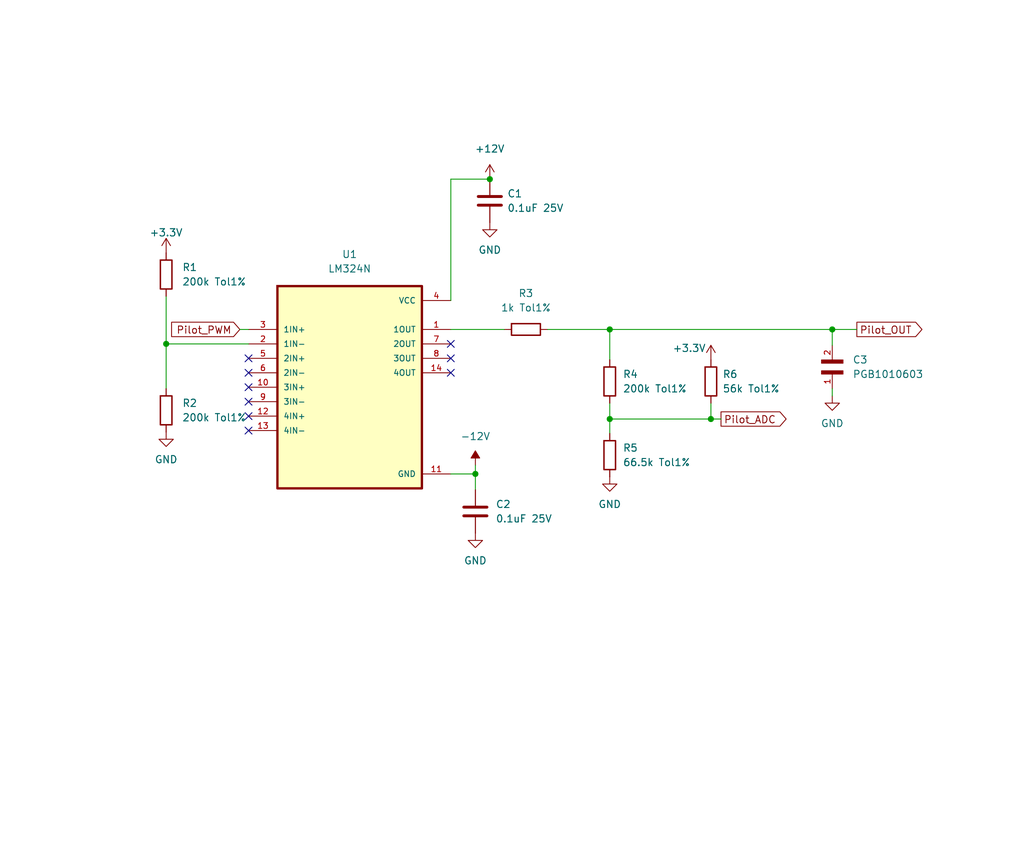
<source format=kicad_sch>
(kicad_sch (version 20211123) (generator eeschema)

  (uuid dffc4d11-41a3-47ca-9539-a9f89e6a406a)

  (paper "User" 180.01 150.012)

  (title_block
    (title "Control Pilot")
    (company "Universidad Nacional de Colombia")
    (comment 1 "Manuel Alejandro Pérez Carvajal, Maria Camila Muñoz Berrio")
    (comment 2 "Eddy Santiago Delgado Caro, Yanet Esther Estrada Lopez")
    (comment 3 "Julian Enrique Tovar Aranguren, Juan Esteban Bustos Rodriguez")
  )

  (lib_symbols
    (symbol "Device:C" (pin_numbers hide) (pin_names (offset 0.254)) (in_bom yes) (on_board yes)
      (property "Reference" "C" (id 0) (at 0.635 2.54 0)
        (effects (font (size 1.27 1.27)) (justify left))
      )
      (property "Value" "C" (id 1) (at 0.635 -2.54 0)
        (effects (font (size 1.27 1.27)) (justify left))
      )
      (property "Footprint" "" (id 2) (at 0.9652 -3.81 0)
        (effects (font (size 1.27 1.27)) hide)
      )
      (property "Datasheet" "~" (id 3) (at 0 0 0)
        (effects (font (size 1.27 1.27)) hide)
      )
      (property "ki_keywords" "cap capacitor" (id 4) (at 0 0 0)
        (effects (font (size 1.27 1.27)) hide)
      )
      (property "ki_description" "Unpolarized capacitor" (id 5) (at 0 0 0)
        (effects (font (size 1.27 1.27)) hide)
      )
      (property "ki_fp_filters" "C_*" (id 6) (at 0 0 0)
        (effects (font (size 1.27 1.27)) hide)
      )
      (symbol "C_0_1"
        (polyline
          (pts
            (xy -2.032 -0.762)
            (xy 2.032 -0.762)
          )
          (stroke (width 0.508) (type default) (color 0 0 0 0))
          (fill (type none))
        )
        (polyline
          (pts
            (xy -2.032 0.762)
            (xy 2.032 0.762)
          )
          (stroke (width 0.508) (type default) (color 0 0 0 0))
          (fill (type none))
        )
      )
      (symbol "C_1_1"
        (pin passive line (at 0 3.81 270) (length 2.794)
          (name "~" (effects (font (size 1.27 1.27))))
          (number "1" (effects (font (size 1.27 1.27))))
        )
        (pin passive line (at 0 -3.81 90) (length 2.794)
          (name "~" (effects (font (size 1.27 1.27))))
          (number "2" (effects (font (size 1.27 1.27))))
        )
      )
    )
    (symbol "Device:R" (pin_numbers hide) (pin_names (offset 0)) (in_bom yes) (on_board yes)
      (property "Reference" "R" (id 0) (at 2.032 0 90)
        (effects (font (size 1.27 1.27)))
      )
      (property "Value" "R" (id 1) (at 0 0 90)
        (effects (font (size 1.27 1.27)))
      )
      (property "Footprint" "" (id 2) (at -1.778 0 90)
        (effects (font (size 1.27 1.27)) hide)
      )
      (property "Datasheet" "~" (id 3) (at 0 0 0)
        (effects (font (size 1.27 1.27)) hide)
      )
      (property "ki_keywords" "R res resistor" (id 4) (at 0 0 0)
        (effects (font (size 1.27 1.27)) hide)
      )
      (property "ki_description" "Resistor" (id 5) (at 0 0 0)
        (effects (font (size 1.27 1.27)) hide)
      )
      (property "ki_fp_filters" "R_*" (id 6) (at 0 0 0)
        (effects (font (size 1.27 1.27)) hide)
      )
      (symbol "R_0_1"
        (rectangle (start -1.016 -2.54) (end 1.016 2.54)
          (stroke (width 0.254) (type default) (color 0 0 0 0))
          (fill (type none))
        )
      )
      (symbol "R_1_1"
        (pin passive line (at 0 3.81 270) (length 1.27)
          (name "~" (effects (font (size 1.27 1.27))))
          (number "1" (effects (font (size 1.27 1.27))))
        )
        (pin passive line (at 0 -3.81 90) (length 1.27)
          (name "~" (effects (font (size 1.27 1.27))))
          (number "2" (effects (font (size 1.27 1.27))))
        )
      )
    )
    (symbol "LM324N:LM324N" (pin_names (offset 1.016)) (in_bom yes) (on_board yes)
      (property "Reference" "U" (id 0) (at -12.7 18.78 0)
        (effects (font (size 1.27 1.27)) (justify left bottom))
      )
      (property "Value" "LM324N" (id 1) (at -12.7 -21.78 0)
        (effects (font (size 1.27 1.27)) (justify left bottom))
      )
      (property "Footprint" "DIP794W45P254L1969H508Q14" (id 2) (at 0 0 0)
        (effects (font (size 1.27 1.27)) (justify bottom) hide)
      )
      (property "Datasheet" "" (id 3) (at 0 0 0)
        (effects (font (size 1.27 1.27)) hide)
      )
      (symbol "LM324N_0_0"
        (rectangle (start -12.7 -17.78) (end 12.7 17.78)
          (stroke (width 0.41) (type default) (color 0 0 0 0))
          (fill (type background))
        )
        (pin output line (at 17.78 10.16 180) (length 5.08)
          (name "1OUT" (effects (font (size 1.016 1.016))))
          (number "1" (effects (font (size 1.016 1.016))))
        )
        (pin input line (at -17.78 0 0) (length 5.08)
          (name "3IN+" (effects (font (size 1.016 1.016))))
          (number "10" (effects (font (size 1.016 1.016))))
        )
        (pin power_in line (at 17.78 -15.24 180) (length 5.08)
          (name "GND" (effects (font (size 1.016 1.016))))
          (number "11" (effects (font (size 1.016 1.016))))
        )
        (pin input line (at -17.78 -5.08 0) (length 5.08)
          (name "4IN+" (effects (font (size 1.016 1.016))))
          (number "12" (effects (font (size 1.016 1.016))))
        )
        (pin input line (at -17.78 -7.62 0) (length 5.08)
          (name "4IN-" (effects (font (size 1.016 1.016))))
          (number "13" (effects (font (size 1.016 1.016))))
        )
        (pin output line (at 17.78 2.54 180) (length 5.08)
          (name "4OUT" (effects (font (size 1.016 1.016))))
          (number "14" (effects (font (size 1.016 1.016))))
        )
        (pin input line (at -17.78 7.62 0) (length 5.08)
          (name "1IN-" (effects (font (size 1.016 1.016))))
          (number "2" (effects (font (size 1.016 1.016))))
        )
        (pin input line (at -17.78 10.16 0) (length 5.08)
          (name "1IN+" (effects (font (size 1.016 1.016))))
          (number "3" (effects (font (size 1.016 1.016))))
        )
        (pin power_in line (at 17.78 15.24 180) (length 5.08)
          (name "VCC" (effects (font (size 1.016 1.016))))
          (number "4" (effects (font (size 1.016 1.016))))
        )
        (pin input line (at -17.78 5.08 0) (length 5.08)
          (name "2IN+" (effects (font (size 1.016 1.016))))
          (number "5" (effects (font (size 1.016 1.016))))
        )
        (pin input line (at -17.78 2.54 0) (length 5.08)
          (name "2IN-" (effects (font (size 1.016 1.016))))
          (number "6" (effects (font (size 1.016 1.016))))
        )
        (pin output line (at 17.78 7.62 180) (length 5.08)
          (name "2OUT" (effects (font (size 1.016 1.016))))
          (number "7" (effects (font (size 1.016 1.016))))
        )
        (pin output line (at 17.78 5.08 180) (length 5.08)
          (name "3OUT" (effects (font (size 1.016 1.016))))
          (number "8" (effects (font (size 1.016 1.016))))
        )
        (pin input line (at -17.78 -2.54 0) (length 5.08)
          (name "3IN-" (effects (font (size 1.016 1.016))))
          (number "9" (effects (font (size 1.016 1.016))))
        )
      )
    )
    (symbol "PGB1010603:PGB1010603" (pin_names (offset 1.016)) (in_bom yes) (on_board yes)
      (property "Reference" "C" (id 0) (at 0 3.8109 0)
        (effects (font (size 1.27 1.27)) (justify left bottom))
      )
      (property "Value" "PGB1010603" (id 1) (at 0 -5.0885 0)
        (effects (font (size 1.27 1.27)) (justify left bottom))
      )
      (property "Footprint" "ESD_PGB1010603MR" (id 2) (at 0 0 0)
        (effects (font (size 1.27 1.27)) (justify bottom) hide)
      )
      (property "Datasheet" "" (id 3) (at 0 0 0)
        (effects (font (size 1.27 1.27)) hide)
      )
      (symbol "PGB1010603_0_0"
        (rectangle (start 0 -1.9069) (end 0.635 1.905)
          (stroke (width 0.1) (type default) (color 0 0 0 0))
          (fill (type outline))
        )
        (rectangle (start 1.9069 -1.9069) (end 2.54 1.905)
          (stroke (width 0.1) (type default) (color 0 0 0 0))
          (fill (type outline))
        )
        (pin passive line (at -2.54 0 0) (length 2.54)
          (name "~" (effects (font (size 1.016 1.016))))
          (number "1" (effects (font (size 1.016 1.016))))
        )
        (pin passive line (at 5.08 0 180) (length 2.54)
          (name "~" (effects (font (size 1.016 1.016))))
          (number "2" (effects (font (size 1.016 1.016))))
        )
      )
    )
    (symbol "power:+12V" (power) (pin_names (offset 0)) (in_bom yes) (on_board yes)
      (property "Reference" "#PWR" (id 0) (at 0 -3.81 0)
        (effects (font (size 1.27 1.27)) hide)
      )
      (property "Value" "+12V" (id 1) (at 0 3.556 0)
        (effects (font (size 1.27 1.27)))
      )
      (property "Footprint" "" (id 2) (at 0 0 0)
        (effects (font (size 1.27 1.27)) hide)
      )
      (property "Datasheet" "" (id 3) (at 0 0 0)
        (effects (font (size 1.27 1.27)) hide)
      )
      (property "ki_keywords" "power-flag" (id 4) (at 0 0 0)
        (effects (font (size 1.27 1.27)) hide)
      )
      (property "ki_description" "Power symbol creates a global label with name \"+12V\"" (id 5) (at 0 0 0)
        (effects (font (size 1.27 1.27)) hide)
      )
      (symbol "+12V_0_1"
        (polyline
          (pts
            (xy -0.762 1.27)
            (xy 0 2.54)
          )
          (stroke (width 0) (type default) (color 0 0 0 0))
          (fill (type none))
        )
        (polyline
          (pts
            (xy 0 0)
            (xy 0 2.54)
          )
          (stroke (width 0) (type default) (color 0 0 0 0))
          (fill (type none))
        )
        (polyline
          (pts
            (xy 0 2.54)
            (xy 0.762 1.27)
          )
          (stroke (width 0) (type default) (color 0 0 0 0))
          (fill (type none))
        )
      )
      (symbol "+12V_1_1"
        (pin power_in line (at 0 0 90) (length 0) hide
          (name "+12V" (effects (font (size 1.27 1.27))))
          (number "1" (effects (font (size 1.27 1.27))))
        )
      )
    )
    (symbol "power:+3.3V" (power) (pin_names (offset 0)) (in_bom yes) (on_board yes)
      (property "Reference" "#PWR" (id 0) (at 0 -3.81 0)
        (effects (font (size 1.27 1.27)) hide)
      )
      (property "Value" "+3.3V" (id 1) (at 0 3.556 0)
        (effects (font (size 1.27 1.27)))
      )
      (property "Footprint" "" (id 2) (at 0 0 0)
        (effects (font (size 1.27 1.27)) hide)
      )
      (property "Datasheet" "" (id 3) (at 0 0 0)
        (effects (font (size 1.27 1.27)) hide)
      )
      (property "ki_keywords" "power-flag" (id 4) (at 0 0 0)
        (effects (font (size 1.27 1.27)) hide)
      )
      (property "ki_description" "Power symbol creates a global label with name \"+3.3V\"" (id 5) (at 0 0 0)
        (effects (font (size 1.27 1.27)) hide)
      )
      (symbol "+3.3V_0_1"
        (polyline
          (pts
            (xy -0.762 1.27)
            (xy 0 2.54)
          )
          (stroke (width 0) (type default) (color 0 0 0 0))
          (fill (type none))
        )
        (polyline
          (pts
            (xy 0 0)
            (xy 0 2.54)
          )
          (stroke (width 0) (type default) (color 0 0 0 0))
          (fill (type none))
        )
        (polyline
          (pts
            (xy 0 2.54)
            (xy 0.762 1.27)
          )
          (stroke (width 0) (type default) (color 0 0 0 0))
          (fill (type none))
        )
      )
      (symbol "+3.3V_1_1"
        (pin power_in line (at 0 0 90) (length 0) hide
          (name "+3.3V" (effects (font (size 1.27 1.27))))
          (number "1" (effects (font (size 1.27 1.27))))
        )
      )
    )
    (symbol "power:-12V" (power) (pin_names (offset 0)) (in_bom yes) (on_board yes)
      (property "Reference" "#PWR" (id 0) (at 0 2.54 0)
        (effects (font (size 1.27 1.27)) hide)
      )
      (property "Value" "-12V" (id 1) (at 0 3.81 0)
        (effects (font (size 1.27 1.27)))
      )
      (property "Footprint" "" (id 2) (at 0 0 0)
        (effects (font (size 1.27 1.27)) hide)
      )
      (property "Datasheet" "" (id 3) (at 0 0 0)
        (effects (font (size 1.27 1.27)) hide)
      )
      (property "ki_keywords" "power-flag" (id 4) (at 0 0 0)
        (effects (font (size 1.27 1.27)) hide)
      )
      (property "ki_description" "Power symbol creates a global label with name \"-12V\"" (id 5) (at 0 0 0)
        (effects (font (size 1.27 1.27)) hide)
      )
      (symbol "-12V_0_0"
        (pin power_in line (at 0 0 90) (length 0) hide
          (name "-12V" (effects (font (size 1.27 1.27))))
          (number "1" (effects (font (size 1.27 1.27))))
        )
      )
      (symbol "-12V_0_1"
        (polyline
          (pts
            (xy 0 0)
            (xy 0 1.27)
            (xy 0.762 1.27)
            (xy 0 2.54)
            (xy -0.762 1.27)
            (xy 0 1.27)
          )
          (stroke (width 0) (type default) (color 0 0 0 0))
          (fill (type outline))
        )
      )
    )
    (symbol "power:GND" (power) (pin_names (offset 0)) (in_bom yes) (on_board yes)
      (property "Reference" "#PWR" (id 0) (at 0 -6.35 0)
        (effects (font (size 1.27 1.27)) hide)
      )
      (property "Value" "GND" (id 1) (at 0 -3.81 0)
        (effects (font (size 1.27 1.27)))
      )
      (property "Footprint" "" (id 2) (at 0 0 0)
        (effects (font (size 1.27 1.27)) hide)
      )
      (property "Datasheet" "" (id 3) (at 0 0 0)
        (effects (font (size 1.27 1.27)) hide)
      )
      (property "ki_keywords" "power-flag" (id 4) (at 0 0 0)
        (effects (font (size 1.27 1.27)) hide)
      )
      (property "ki_description" "Power symbol creates a global label with name \"GND\" , ground" (id 5) (at 0 0 0)
        (effects (font (size 1.27 1.27)) hide)
      )
      (symbol "GND_0_1"
        (polyline
          (pts
            (xy 0 0)
            (xy 0 -1.27)
            (xy 1.27 -1.27)
            (xy 0 -2.54)
            (xy -1.27 -1.27)
            (xy 0 -1.27)
          )
          (stroke (width 0) (type default) (color 0 0 0 0))
          (fill (type none))
        )
      )
      (symbol "GND_1_1"
        (pin power_in line (at 0 0 270) (length 0) hide
          (name "GND" (effects (font (size 1.27 1.27))))
          (number "1" (effects (font (size 1.27 1.27))))
        )
      )
    )
  )

  (junction (at 86.106 31.496) (diameter 0) (color 0 0 0 0)
    (uuid 42c1d09e-bc0a-4fd6-bc41-f0b60aa1cc72)
  )
  (junction (at 107.188 73.66) (diameter 0) (color 0 0 0 0)
    (uuid 4ab927c6-3a7b-4bba-ac16-6e081f19783d)
  )
  (junction (at 107.188 57.912) (diameter 0) (color 0 0 0 0)
    (uuid 4c499a40-6b59-4fbb-bc1d-4aec2fa338b9)
  )
  (junction (at 83.566 83.312) (diameter 0) (color 0 0 0 0)
    (uuid 8747e39c-2bd7-4802-b9ec-0e16b4a6d59b)
  )
  (junction (at 146.304 57.912) (diameter 0) (color 0 0 0 0)
    (uuid 91924fd2-dce0-412a-9af1-6b65d6b71535)
  )
  (junction (at 29.21 60.452) (diameter 0) (color 0 0 0 0)
    (uuid c49ee60d-0da1-4b63-a883-4f3443af428d)
  )
  (junction (at 124.968 73.66) (diameter 0) (color 0 0 0 0)
    (uuid f98f2d2b-7d05-4db3-a849-279478cc0020)
  )

  (no_connect (at 43.688 62.992) (uuid 2973617b-55f3-46ec-9a0c-6b66f96608de))
  (no_connect (at 43.688 65.532) (uuid 2973617b-55f3-46ec-9a0c-6b66f96608de))
  (no_connect (at 43.688 68.072) (uuid 2973617b-55f3-46ec-9a0c-6b66f96608de))
  (no_connect (at 43.688 70.612) (uuid 2973617b-55f3-46ec-9a0c-6b66f96608de))
  (no_connect (at 79.248 60.452) (uuid 2973617b-55f3-46ec-9a0c-6b66f96608de))
  (no_connect (at 79.248 62.992) (uuid 2973617b-55f3-46ec-9a0c-6b66f96608de))
  (no_connect (at 79.248 65.532) (uuid 2973617b-55f3-46ec-9a0c-6b66f96608de))
  (no_connect (at 43.688 73.152) (uuid 2973617b-55f3-46ec-9a0c-6b66f96608de))
  (no_connect (at 43.688 75.692) (uuid 2973617b-55f3-46ec-9a0c-6b66f96608de))

  (wire (pts (xy 79.248 83.312) (xy 83.566 83.312))
    (stroke (width 0) (type default) (color 0 0 0 0))
    (uuid 1c0e16db-ed7e-43d9-8172-a64e424baceb)
  )
  (wire (pts (xy 124.968 73.66) (xy 126.746 73.66))
    (stroke (width 0) (type default) (color 0 0 0 0))
    (uuid 29c9734a-321c-4e9b-9648-4f52d5681500)
  )
  (wire (pts (xy 29.21 52.07) (xy 29.21 60.452))
    (stroke (width 0) (type default) (color 0 0 0 0))
    (uuid 2db8a875-87cb-49ea-956b-9812f50af3fe)
  )
  (wire (pts (xy 107.188 70.866) (xy 107.188 73.66))
    (stroke (width 0) (type default) (color 0 0 0 0))
    (uuid 315b4650-b08b-42be-8309-5fc36b058f12)
  )
  (wire (pts (xy 146.304 68.326) (xy 146.304 69.596))
    (stroke (width 0) (type default) (color 0 0 0 0))
    (uuid 3b8e73e9-ff73-4272-8879-8356f0ea6c94)
  )
  (wire (pts (xy 107.188 57.912) (xy 107.188 63.246))
    (stroke (width 0) (type default) (color 0 0 0 0))
    (uuid 4221aea9-d3d1-44e5-b61c-d577eb64d8a4)
  )
  (wire (pts (xy 29.21 60.452) (xy 29.21 68.326))
    (stroke (width 0) (type default) (color 0 0 0 0))
    (uuid 4776275b-bba4-427e-9125-4fd002286d53)
  )
  (wire (pts (xy 42.164 57.912) (xy 43.688 57.912))
    (stroke (width 0) (type default) (color 0 0 0 0))
    (uuid 4aa67261-475f-49bf-b5ae-0469f7600fa3)
  )
  (wire (pts (xy 79.248 52.832) (xy 79.248 31.496))
    (stroke (width 0) (type default) (color 0 0 0 0))
    (uuid 5104ad31-9109-45a9-9289-f77e78f1b7fd)
  )
  (wire (pts (xy 83.566 83.312) (xy 83.566 86.106))
    (stroke (width 0) (type default) (color 0 0 0 0))
    (uuid 5fb5b8f9-2823-469a-9fd8-464ee4569d64)
  )
  (wire (pts (xy 107.188 73.66) (xy 107.188 76.2))
    (stroke (width 0) (type default) (color 0 0 0 0))
    (uuid 62b7f6b9-190c-4bca-ac37-690cd98701fb)
  )
  (wire (pts (xy 146.304 57.912) (xy 150.622 57.912))
    (stroke (width 0) (type default) (color 0 0 0 0))
    (uuid 69e53a28-8d0d-400b-91d7-62d3c95edbff)
  )
  (wire (pts (xy 79.248 57.912) (xy 88.646 57.912))
    (stroke (width 0) (type default) (color 0 0 0 0))
    (uuid 7f384d51-e862-457f-98ea-f7adf441909b)
  )
  (wire (pts (xy 83.566 81.788) (xy 83.566 83.312))
    (stroke (width 0) (type default) (color 0 0 0 0))
    (uuid 8bbc1c77-8b39-48d7-a847-163c654f86e5)
  )
  (wire (pts (xy 96.266 57.912) (xy 107.188 57.912))
    (stroke (width 0) (type default) (color 0 0 0 0))
    (uuid 931e29e8-e518-4836-9061-7dcbaa9c43ec)
  )
  (wire (pts (xy 29.21 60.452) (xy 43.688 60.452))
    (stroke (width 0) (type default) (color 0 0 0 0))
    (uuid a52e76f8-1710-4d01-b3a9-5e440072385c)
  )
  (wire (pts (xy 124.968 70.866) (xy 124.968 73.66))
    (stroke (width 0) (type default) (color 0 0 0 0))
    (uuid b1c36b62-70e6-4cc3-ac7e-3e147f9b9e94)
  )
  (wire (pts (xy 124.968 73.66) (xy 107.188 73.66))
    (stroke (width 0) (type default) (color 0 0 0 0))
    (uuid b58c5103-6ecb-4f1c-bd68-b7cb08047fca)
  )
  (wire (pts (xy 79.248 31.496) (xy 86.106 31.496))
    (stroke (width 0) (type default) (color 0 0 0 0))
    (uuid b678e62d-6492-4534-86ec-8b3fd21d8208)
  )
  (wire (pts (xy 146.304 57.912) (xy 146.304 60.706))
    (stroke (width 0) (type default) (color 0 0 0 0))
    (uuid b8c0a498-a355-4a87-9e3d-bba04a9a09ca)
  )
  (wire (pts (xy 146.304 57.912) (xy 107.188 57.912))
    (stroke (width 0) (type default) (color 0 0 0 0))
    (uuid f1097ca5-40c2-4678-82d9-513e1c7aaa97)
  )

  (global_label "Pilot_ADC" (shape output) (at 126.746 73.66 0) (fields_autoplaced)
    (effects (font (size 1.27 1.27)) (justify left))
    (uuid 4c1a7782-7505-482b-98b7-31d4793cabb4)
    (property "Intersheet References" "${INTERSHEET_REFS}" (id 0) (at 138.1701 73.5806 0)
      (effects (font (size 1.27 1.27)) (justify left) hide)
    )
  )
  (global_label "Pilot_PWM" (shape input) (at 42.164 57.912 180) (fields_autoplaced)
    (effects (font (size 1.27 1.27)) (justify right))
    (uuid 58ba50ce-2544-4603-ac21-67de66ce22ad)
    (property "Intersheet References" "${INTERSHEET_REFS}" (id 0) (at 30.1957 57.8326 0)
      (effects (font (size 1.27 1.27)) (justify right) hide)
    )
  )
  (global_label "Pilot_OUT" (shape output) (at 150.622 57.912 0) (fields_autoplaced)
    (effects (font (size 1.27 1.27)) (justify left))
    (uuid 96a8a419-75a6-456c-be3b-ebd78216ab82)
    (property "Intersheet References" "${INTERSHEET_REFS}" (id 0) (at 162.0461 57.8326 0)
      (effects (font (size 1.27 1.27)) (justify left) hide)
    )
  )

  (symbol (lib_id "LM324N:LM324N") (at 61.468 68.072 0) (unit 1)
    (in_bom yes) (on_board yes) (fields_autoplaced)
    (uuid 07095bff-ffb0-4311-91f8-c854c6dec813)
    (property "Reference" "U1" (id 0) (at 61.468 44.704 0))
    (property "Value" "LM324N" (id 1) (at 61.468 47.244 0))
    (property "Footprint" "symbols-footprints:DIP794W45P254L1969H508Q14" (id 2) (at 61.468 68.072 0)
      (effects (font (size 1.27 1.27)) (justify bottom) hide)
    )
    (property "Datasheet" "" (id 3) (at 61.468 68.072 0)
      (effects (font (size 1.27 1.27)) hide)
    )
    (pin "1" (uuid 441bd602-4382-4b99-a85b-625eeded757e))
    (pin "10" (uuid a2d0625f-2ae0-430f-af46-30291ec1ab01))
    (pin "11" (uuid e6549239-fb33-45fa-b546-08c9561ff733))
    (pin "12" (uuid a49daf2c-7db6-4381-b765-1030ee73ac1e))
    (pin "13" (uuid 13e4a531-50ec-4c98-93c4-97b8e580103f))
    (pin "14" (uuid 7d2f2c31-2cc4-4ec9-9d80-83248f121ccc))
    (pin "2" (uuid c23060dd-3922-4222-b12e-40c058adde03))
    (pin "3" (uuid 2f0dfb1d-89a9-450a-91d9-04e5a5baf63f))
    (pin "4" (uuid 22b344ea-7a24-4832-8227-e3b2a9af1c0e))
    (pin "5" (uuid 0fa60d27-66a1-4a7e-a588-4c9d1a11789a))
    (pin "6" (uuid b83c3270-a709-4ac9-8864-b70c8dd4b7ef))
    (pin "7" (uuid fe1a2efd-5572-4c63-ab8f-9ae366078e99))
    (pin "8" (uuid 86391290-34f3-4575-9a62-cd19a24cbd3c))
    (pin "9" (uuid cdfd95e3-d175-48c5-8a5b-4d10d1cebdcc))
  )

  (symbol (lib_id "Device:R") (at 107.188 80.01 0) (unit 1)
    (in_bom yes) (on_board yes) (fields_autoplaced)
    (uuid 0b54a637-504a-4458-8893-6a3c5f0744a8)
    (property "Reference" "R5" (id 0) (at 109.474 78.7399 0)
      (effects (font (size 1.27 1.27)) (justify left))
    )
    (property "Value" "66.5k Tol1%" (id 1) (at 109.474 81.2799 0)
      (effects (font (size 1.27 1.27)) (justify left))
    )
    (property "Footprint" "Resistor_THT:R_Axial_DIN0204_L3.6mm_D1.6mm_P5.08mm_Horizontal" (id 2) (at 105.41 80.01 90)
      (effects (font (size 1.27 1.27)) hide)
    )
    (property "Datasheet" "~" (id 3) (at 107.188 80.01 0)
      (effects (font (size 1.27 1.27)) hide)
    )
    (pin "1" (uuid 39884d26-3baa-417e-ae85-40582689dfce))
    (pin "2" (uuid 5387d9d0-1e21-4d7e-b885-f5cfe9d7047f))
  )

  (symbol (lib_id "Device:R") (at 124.968 67.056 0) (unit 1)
    (in_bom yes) (on_board yes)
    (uuid 180b49ca-f10a-40b1-889f-6e89ff189151)
    (property "Reference" "R6" (id 0) (at 127 65.7859 0)
      (effects (font (size 1.27 1.27)) (justify left))
    )
    (property "Value" "56k Tol1%" (id 1) (at 127 68.3259 0)
      (effects (font (size 1.27 1.27)) (justify left))
    )
    (property "Footprint" "Resistor_THT:R_Axial_DIN0204_L3.6mm_D1.6mm_P5.08mm_Horizontal" (id 2) (at 123.19 67.056 90)
      (effects (font (size 1.27 1.27)) hide)
    )
    (property "Datasheet" "~" (id 3) (at 124.968 67.056 0)
      (effects (font (size 1.27 1.27)) hide)
    )
    (pin "1" (uuid 656e8c55-3560-496f-8c4a-f7bfcd83d1cf))
    (pin "2" (uuid 98bbe5f2-6a19-42ea-9ecb-ac535a747dc1))
  )

  (symbol (lib_id "Device:C") (at 83.566 89.916 0) (unit 1)
    (in_bom yes) (on_board yes) (fields_autoplaced)
    (uuid 188b813a-5137-4df7-ba7d-037426f1028e)
    (property "Reference" "C2" (id 0) (at 87.122 88.6459 0)
      (effects (font (size 1.27 1.27)) (justify left))
    )
    (property "Value" "0.1uF 25V" (id 1) (at 87.122 91.1859 0)
      (effects (font (size 1.27 1.27)) (justify left))
    )
    (property "Footprint" "Capacitor_THT:CP_Radial_D4.0mm_P1.50mm" (id 2) (at 84.5312 93.726 0)
      (effects (font (size 1.27 1.27)) hide)
    )
    (property "Datasheet" "~" (id 3) (at 83.566 89.916 0)
      (effects (font (size 1.27 1.27)) hide)
    )
    (pin "1" (uuid a83522f1-4b12-408a-8b0d-81a1be795ca6))
    (pin "2" (uuid 14edbfb9-33d9-4ed6-959c-5a49004c2892))
  )

  (symbol (lib_id "power:GND") (at 83.566 93.726 0) (unit 1)
    (in_bom yes) (on_board yes) (fields_autoplaced)
    (uuid 1c7aeb13-578b-4949-a048-88ea7f84cbca)
    (property "Reference" "#PWR0102" (id 0) (at 83.566 100.076 0)
      (effects (font (size 1.27 1.27)) hide)
    )
    (property "Value" "GND" (id 1) (at 83.566 98.552 0))
    (property "Footprint" "" (id 2) (at 83.566 93.726 0)
      (effects (font (size 1.27 1.27)) hide)
    )
    (property "Datasheet" "" (id 3) (at 83.566 93.726 0)
      (effects (font (size 1.27 1.27)) hide)
    )
    (pin "1" (uuid 61f90bbb-7d39-4d7c-9477-61748d6c4ec0))
  )

  (symbol (lib_id "Device:R") (at 92.456 57.912 90) (unit 1)
    (in_bom yes) (on_board yes) (fields_autoplaced)
    (uuid 240f2ae8-e5d2-449a-ab67-7aa5705e136f)
    (property "Reference" "R3" (id 0) (at 92.456 51.562 90))
    (property "Value" "1k Tol1%" (id 1) (at 92.456 54.102 90))
    (property "Footprint" "Resistor_THT:R_Axial_DIN0204_L3.6mm_D1.6mm_P5.08mm_Horizontal" (id 2) (at 92.456 59.69 90)
      (effects (font (size 1.27 1.27)) hide)
    )
    (property "Datasheet" "~" (id 3) (at 92.456 57.912 0)
      (effects (font (size 1.27 1.27)) hide)
    )
    (pin "1" (uuid b7a6ac9e-de41-433a-87b0-f104e9dd9852))
    (pin "2" (uuid 532a9e38-4cd5-4467-bc57-9d4235012951))
  )

  (symbol (lib_id "power:+12V") (at 86.106 31.496 0) (unit 1)
    (in_bom yes) (on_board yes) (fields_autoplaced)
    (uuid 569c13c6-d2a4-440a-94a7-75b2ed756523)
    (property "Reference" "#PWR0101" (id 0) (at 86.106 35.306 0)
      (effects (font (size 1.27 1.27)) hide)
    )
    (property "Value" "+12V" (id 1) (at 86.106 26.162 0))
    (property "Footprint" "" (id 2) (at 86.106 31.496 0)
      (effects (font (size 1.27 1.27)) hide)
    )
    (property "Datasheet" "" (id 3) (at 86.106 31.496 0)
      (effects (font (size 1.27 1.27)) hide)
    )
    (pin "1" (uuid 6526a22f-fc88-4718-b6be-d60f9a5519b4))
  )

  (symbol (lib_id "power:GND") (at 146.304 69.596 0) (unit 1)
    (in_bom yes) (on_board yes) (fields_autoplaced)
    (uuid 675a084c-4e3a-428f-8508-5a2b4aa5f8eb)
    (property "Reference" "#PWR0109" (id 0) (at 146.304 75.946 0)
      (effects (font (size 1.27 1.27)) hide)
    )
    (property "Value" "GND" (id 1) (at 146.304 74.422 0))
    (property "Footprint" "" (id 2) (at 146.304 69.596 0)
      (effects (font (size 1.27 1.27)) hide)
    )
    (property "Datasheet" "" (id 3) (at 146.304 69.596 0)
      (effects (font (size 1.27 1.27)) hide)
    )
    (pin "1" (uuid fe359c89-121f-4931-a670-387a86125107))
  )

  (symbol (lib_id "Device:R") (at 29.21 48.26 0) (unit 1)
    (in_bom yes) (on_board yes) (fields_autoplaced)
    (uuid 67769b8b-f592-45bc-b779-b99721abd89d)
    (property "Reference" "R1" (id 0) (at 32.004 46.9899 0)
      (effects (font (size 1.27 1.27)) (justify left))
    )
    (property "Value" "200k Tol1%" (id 1) (at 32.004 49.5299 0)
      (effects (font (size 1.27 1.27)) (justify left))
    )
    (property "Footprint" "Resistor_THT:R_Axial_DIN0204_L3.6mm_D1.6mm_P5.08mm_Horizontal" (id 2) (at 27.432 48.26 90)
      (effects (font (size 1.27 1.27)) hide)
    )
    (property "Datasheet" "~" (id 3) (at 29.21 48.26 0)
      (effects (font (size 1.27 1.27)) hide)
    )
    (pin "1" (uuid 0c4a97ee-534b-4f1a-b007-b7ef7f4c68ea))
    (pin "2" (uuid 2db773cd-804b-45c5-98bb-cc1b4053eb3c))
  )

  (symbol (lib_id "power:+3.3V") (at 124.968 63.246 0) (unit 1)
    (in_bom yes) (on_board yes)
    (uuid 798e8008-ffd8-4460-9bbd-21f973740470)
    (property "Reference" "#PWR0108" (id 0) (at 124.968 67.056 0)
      (effects (font (size 1.27 1.27)) hide)
    )
    (property "Value" "+3.3V" (id 1) (at 121.158 61.214 0))
    (property "Footprint" "" (id 2) (at 124.968 63.246 0)
      (effects (font (size 1.27 1.27)) hide)
    )
    (property "Datasheet" "" (id 3) (at 124.968 63.246 0)
      (effects (font (size 1.27 1.27)) hide)
    )
    (pin "1" (uuid 8eecd0a3-8db5-40a2-af45-186ca79dc46a))
  )

  (symbol (lib_id "power:GND") (at 29.21 75.946 0) (unit 1)
    (in_bom yes) (on_board yes) (fields_autoplaced)
    (uuid 8bc9475b-1167-400e-9dcd-fbb5eae1491d)
    (property "Reference" "#PWR0104" (id 0) (at 29.21 82.296 0)
      (effects (font (size 1.27 1.27)) hide)
    )
    (property "Value" "GND" (id 1) (at 29.21 80.772 0))
    (property "Footprint" "" (id 2) (at 29.21 75.946 0)
      (effects (font (size 1.27 1.27)) hide)
    )
    (property "Datasheet" "" (id 3) (at 29.21 75.946 0)
      (effects (font (size 1.27 1.27)) hide)
    )
    (pin "1" (uuid 3b27a285-0127-45c1-a28c-9c4318c63c43))
  )

  (symbol (lib_id "PGB1010603:PGB1010603") (at 146.304 65.786 90) (unit 1)
    (in_bom yes) (on_board yes) (fields_autoplaced)
    (uuid 9760794b-6161-4bfc-8020-b78d46633aca)
    (property "Reference" "C3" (id 0) (at 149.86 63.2459 90)
      (effects (font (size 1.27 1.27)) (justify right))
    )
    (property "Value" "PGB1010603" (id 1) (at 149.86 65.7859 90)
      (effects (font (size 1.27 1.27)) (justify right))
    )
    (property "Footprint" "symbols-footprints:ESD_PGB1010603MR" (id 2) (at 146.304 65.786 0)
      (effects (font (size 1.27 1.27)) (justify bottom) hide)
    )
    (property "Datasheet" "" (id 3) (at 146.304 65.786 0)
      (effects (font (size 1.27 1.27)) hide)
    )
    (pin "1" (uuid f9525ce0-f45f-40b1-973c-c12df8f79134))
    (pin "2" (uuid 3e1b3f39-c254-4470-adeb-ec59807f69eb))
  )

  (symbol (lib_id "Device:R") (at 107.188 67.056 0) (unit 1)
    (in_bom yes) (on_board yes) (fields_autoplaced)
    (uuid ad04e19e-d446-4765-890c-3d5e5206476d)
    (property "Reference" "R4" (id 0) (at 109.474 65.7859 0)
      (effects (font (size 1.27 1.27)) (justify left))
    )
    (property "Value" "200k Tol1%" (id 1) (at 109.474 68.3259 0)
      (effects (font (size 1.27 1.27)) (justify left))
    )
    (property "Footprint" "Resistor_THT:R_Axial_DIN0204_L3.6mm_D1.6mm_P5.08mm_Horizontal" (id 2) (at 105.41 67.056 90)
      (effects (font (size 1.27 1.27)) hide)
    )
    (property "Datasheet" "~" (id 3) (at 107.188 67.056 0)
      (effects (font (size 1.27 1.27)) hide)
    )
    (pin "1" (uuid e94420dc-bd58-4d30-aab7-37f8137282a3))
    (pin "2" (uuid 1ade3985-7f52-471d-a2e0-ba7fcbe63c25))
  )

  (symbol (lib_id "power:+3.3V") (at 29.21 44.45 0) (unit 1)
    (in_bom yes) (on_board yes)
    (uuid ca602f22-cf77-4760-9c17-214ed49a62df)
    (property "Reference" "#PWR0105" (id 0) (at 29.21 48.26 0)
      (effects (font (size 1.27 1.27)) hide)
    )
    (property "Value" "+3.3V" (id 1) (at 29.21 40.894 0))
    (property "Footprint" "" (id 2) (at 29.21 44.45 0)
      (effects (font (size 1.27 1.27)) hide)
    )
    (property "Datasheet" "" (id 3) (at 29.21 44.45 0)
      (effects (font (size 1.27 1.27)) hide)
    )
    (pin "1" (uuid 5e3db260-adf4-42c3-ac01-5755823eab8b))
  )

  (symbol (lib_id "Device:R") (at 29.21 72.136 0) (unit 1)
    (in_bom yes) (on_board yes) (fields_autoplaced)
    (uuid cad6bc3e-078b-4dfd-85bd-b9516aed00c4)
    (property "Reference" "R2" (id 0) (at 32.004 70.8659 0)
      (effects (font (size 1.27 1.27)) (justify left))
    )
    (property "Value" "200k Tol1%" (id 1) (at 32.004 73.4059 0)
      (effects (font (size 1.27 1.27)) (justify left))
    )
    (property "Footprint" "Resistor_THT:R_Axial_DIN0204_L3.6mm_D1.6mm_P5.08mm_Horizontal" (id 2) (at 27.432 72.136 90)
      (effects (font (size 1.27 1.27)) hide)
    )
    (property "Datasheet" "~" (id 3) (at 29.21 72.136 0)
      (effects (font (size 1.27 1.27)) hide)
    )
    (pin "1" (uuid 4d83ee30-0c58-4bf1-8a10-cf4f69afbf31))
    (pin "2" (uuid 81896e66-a6ae-4126-8263-6462ed903e29))
  )

  (symbol (lib_id "power:-12V") (at 83.566 81.788 0) (unit 1)
    (in_bom yes) (on_board yes) (fields_autoplaced)
    (uuid d1d38217-24d6-4561-994b-c1d77f35873a)
    (property "Reference" "#PWR0103" (id 0) (at 83.566 79.248 0)
      (effects (font (size 1.27 1.27)) hide)
    )
    (property "Value" "-12V" (id 1) (at 83.566 76.708 0))
    (property "Footprint" "" (id 2) (at 83.566 81.788 0)
      (effects (font (size 1.27 1.27)) hide)
    )
    (property "Datasheet" "" (id 3) (at 83.566 81.788 0)
      (effects (font (size 1.27 1.27)) hide)
    )
    (pin "1" (uuid 94395ca5-4a97-40b0-b1c6-67232776b23c))
  )

  (symbol (lib_id "power:GND") (at 86.106 39.116 0) (unit 1)
    (in_bom yes) (on_board yes) (fields_autoplaced)
    (uuid df9a2c95-72f0-4c91-b503-ce8d3992e835)
    (property "Reference" "#PWR0106" (id 0) (at 86.106 45.466 0)
      (effects (font (size 1.27 1.27)) hide)
    )
    (property "Value" "GND" (id 1) (at 86.106 43.942 0))
    (property "Footprint" "" (id 2) (at 86.106 39.116 0)
      (effects (font (size 1.27 1.27)) hide)
    )
    (property "Datasheet" "" (id 3) (at 86.106 39.116 0)
      (effects (font (size 1.27 1.27)) hide)
    )
    (pin "1" (uuid 3bbf57ae-b423-462a-a765-627bb0566c40))
  )

  (symbol (lib_id "Device:C") (at 86.106 35.306 0) (unit 1)
    (in_bom yes) (on_board yes) (fields_autoplaced)
    (uuid e53fd2fc-f909-443d-b7b9-78593a38a806)
    (property "Reference" "C1" (id 0) (at 89.154 34.0359 0)
      (effects (font (size 1.27 1.27)) (justify left))
    )
    (property "Value" "0.1uF 25V" (id 1) (at 89.154 36.5759 0)
      (effects (font (size 1.27 1.27)) (justify left))
    )
    (property "Footprint" "Capacitor_THT:CP_Radial_D4.0mm_P1.50mm" (id 2) (at 87.0712 39.116 0)
      (effects (font (size 1.27 1.27)) hide)
    )
    (property "Datasheet" "~" (id 3) (at 86.106 35.306 0)
      (effects (font (size 1.27 1.27)) hide)
    )
    (pin "1" (uuid 5226ef75-4a1d-4f56-8df6-f4daf62682da))
    (pin "2" (uuid e06fb07f-c5e2-4c1b-8190-fa0bcc6e97e3))
  )

  (symbol (lib_id "power:GND") (at 107.188 83.82 0) (unit 1)
    (in_bom yes) (on_board yes) (fields_autoplaced)
    (uuid f88e35c0-29c7-4b9d-8fdd-985915ad42d9)
    (property "Reference" "#PWR0107" (id 0) (at 107.188 90.17 0)
      (effects (font (size 1.27 1.27)) hide)
    )
    (property "Value" "GND" (id 1) (at 107.188 88.646 0))
    (property "Footprint" "" (id 2) (at 107.188 83.82 0)
      (effects (font (size 1.27 1.27)) hide)
    )
    (property "Datasheet" "" (id 3) (at 107.188 83.82 0)
      (effects (font (size 1.27 1.27)) hide)
    )
    (pin "1" (uuid 93374b59-3364-416c-8a4d-ff67f956ef41))
  )

  (sheet_instances
    (path "/" (page "1"))
  )

  (symbol_instances
    (path "/569c13c6-d2a4-440a-94a7-75b2ed756523"
      (reference "#PWR0101") (unit 1) (value "+12V") (footprint "")
    )
    (path "/1c7aeb13-578b-4949-a048-88ea7f84cbca"
      (reference "#PWR0102") (unit 1) (value "GND") (footprint "")
    )
    (path "/d1d38217-24d6-4561-994b-c1d77f35873a"
      (reference "#PWR0103") (unit 1) (value "-12V") (footprint "")
    )
    (path "/8bc9475b-1167-400e-9dcd-fbb5eae1491d"
      (reference "#PWR0104") (unit 1) (value "GND") (footprint "")
    )
    (path "/ca602f22-cf77-4760-9c17-214ed49a62df"
      (reference "#PWR0105") (unit 1) (value "+3.3V") (footprint "")
    )
    (path "/df9a2c95-72f0-4c91-b503-ce8d3992e835"
      (reference "#PWR0106") (unit 1) (value "GND") (footprint "")
    )
    (path "/f88e35c0-29c7-4b9d-8fdd-985915ad42d9"
      (reference "#PWR0107") (unit 1) (value "GND") (footprint "")
    )
    (path "/798e8008-ffd8-4460-9bbd-21f973740470"
      (reference "#PWR0108") (unit 1) (value "+3.3V") (footprint "")
    )
    (path "/675a084c-4e3a-428f-8508-5a2b4aa5f8eb"
      (reference "#PWR0109") (unit 1) (value "GND") (footprint "")
    )
    (path "/e53fd2fc-f909-443d-b7b9-78593a38a806"
      (reference "C1") (unit 1) (value "0.1uF 25V") (footprint "Capacitor_THT:CP_Radial_D4.0mm_P1.50mm")
    )
    (path "/188b813a-5137-4df7-ba7d-037426f1028e"
      (reference "C2") (unit 1) (value "0.1uF 25V") (footprint "Capacitor_THT:CP_Radial_D4.0mm_P1.50mm")
    )
    (path "/9760794b-6161-4bfc-8020-b78d46633aca"
      (reference "C3") (unit 1) (value "PGB1010603") (footprint "symbols-footprints:ESD_PGB1010603MR")
    )
    (path "/67769b8b-f592-45bc-b779-b99721abd89d"
      (reference "R1") (unit 1) (value "200k Tol1%") (footprint "Resistor_THT:R_Axial_DIN0204_L3.6mm_D1.6mm_P5.08mm_Horizontal")
    )
    (path "/cad6bc3e-078b-4dfd-85bd-b9516aed00c4"
      (reference "R2") (unit 1) (value "200k Tol1%") (footprint "Resistor_THT:R_Axial_DIN0204_L3.6mm_D1.6mm_P5.08mm_Horizontal")
    )
    (path "/240f2ae8-e5d2-449a-ab67-7aa5705e136f"
      (reference "R3") (unit 1) (value "1k Tol1%") (footprint "Resistor_THT:R_Axial_DIN0204_L3.6mm_D1.6mm_P5.08mm_Horizontal")
    )
    (path "/ad04e19e-d446-4765-890c-3d5e5206476d"
      (reference "R4") (unit 1) (value "200k Tol1%") (footprint "Resistor_THT:R_Axial_DIN0204_L3.6mm_D1.6mm_P5.08mm_Horizontal")
    )
    (path "/0b54a637-504a-4458-8893-6a3c5f0744a8"
      (reference "R5") (unit 1) (value "66.5k Tol1%") (footprint "Resistor_THT:R_Axial_DIN0204_L3.6mm_D1.6mm_P5.08mm_Horizontal")
    )
    (path "/180b49ca-f10a-40b1-889f-6e89ff189151"
      (reference "R6") (unit 1) (value "56k Tol1%") (footprint "Resistor_THT:R_Axial_DIN0204_L3.6mm_D1.6mm_P5.08mm_Horizontal")
    )
    (path "/07095bff-ffb0-4311-91f8-c854c6dec813"
      (reference "U1") (unit 1) (value "LM324N") (footprint "symbols-footprints:DIP794W45P254L1969H508Q14")
    )
  )
)

</source>
